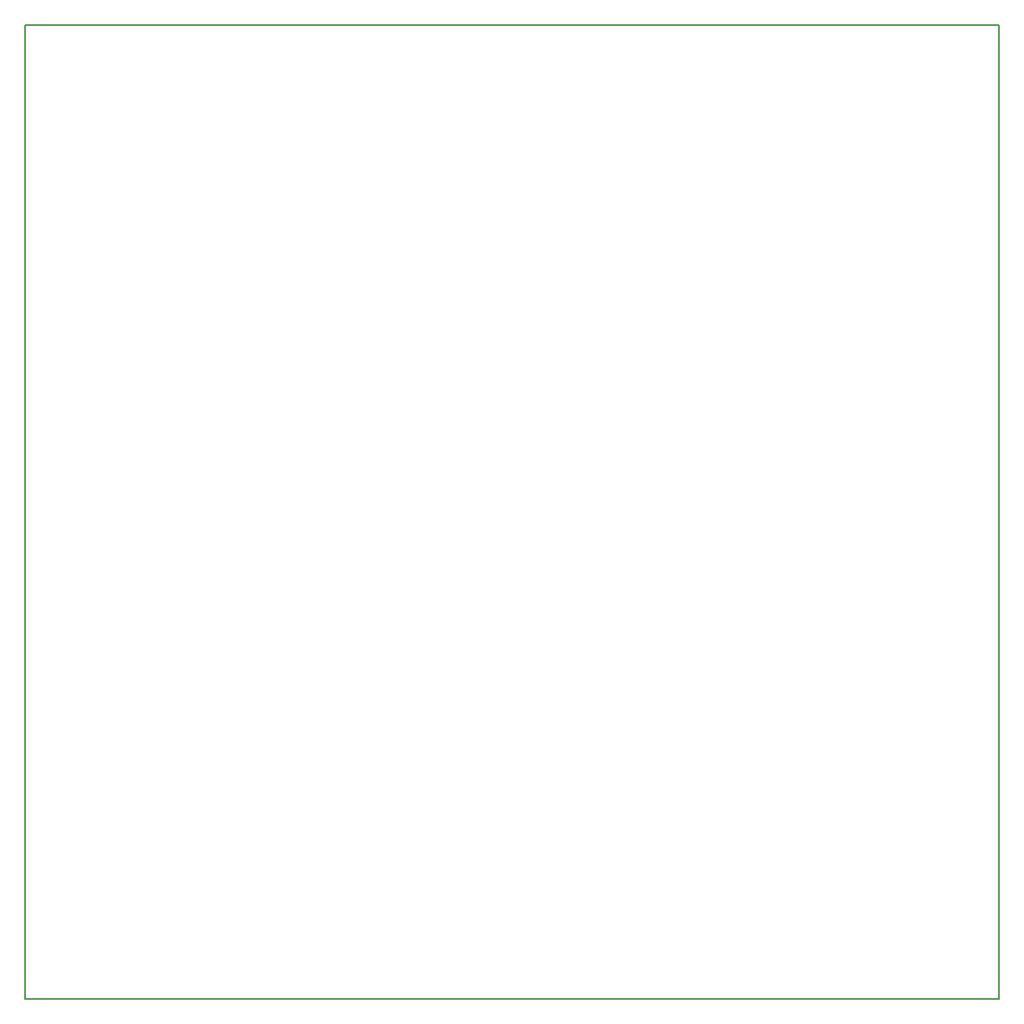
<source format=gko>
G04 #@! TF.GenerationSoftware,KiCad,Pcbnew,5.0.2-bee76a0~70~ubuntu18.04.1*
G04 #@! TF.CreationDate,2019-12-09T08:46:58+09:00*
G04 #@! TF.ProjectId,MRR_ESPE,4d52525f-4553-4504-952e-6b696361645f,v0.5rev1*
G04 #@! TF.SameCoordinates,Original*
G04 #@! TF.FileFunction,Profile,NP*
%FSLAX46Y46*%
G04 Gerber Fmt 4.6, Leading zero omitted, Abs format (unit mm)*
G04 Created by KiCad (PCBNEW 5.0.2-bee76a0~70~ubuntu18.04.1) date Mon 09 Dec 2019 08:46:58 AM JST*
%MOMM*%
%LPD*%
G01*
G04 APERTURE LIST*
%ADD10C,0.150000*%
G04 APERTURE END LIST*
D10*
X40000000Y-142000000D02*
X40000000Y-40000000D01*
X142000000Y-142000000D02*
X40000000Y-142000000D01*
X142000000Y-40000000D02*
X142000000Y-142000000D01*
X40000000Y-40000000D02*
X142000000Y-40000000D01*
M02*

</source>
